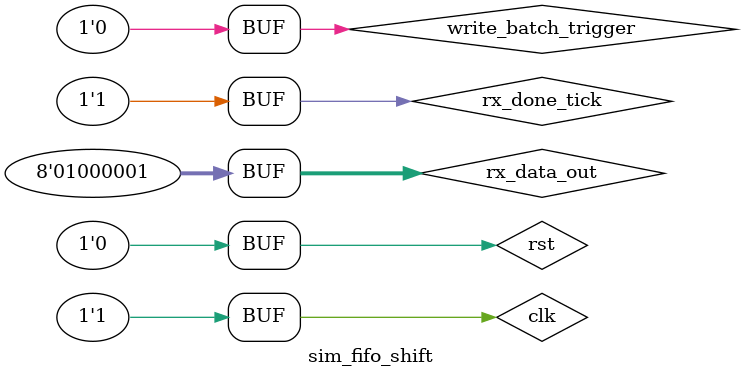
<source format=v>
`timescale 1ns / 1ps


module sim_fifo_shift();
    // Simulation Inputs
    reg clk;
    reg rst;
    
    // Simulation Outputs
    reg rx_done_tick = 0;
    reg [7:0] rx_data_out = 8'h41; //8'b11000011;
    wire[9*8-1:0] rx_out;
    wire [7:0] read_data_out_last;
    
    
    reg write_batch_trigger = 0;
    // Instantiation of the module to be simulated
    fifo_shift #(
         .DATA_SIZE(8),
         .ADDR_SPACE(9)
      )
    dut(
      .clk(clk), 
      .reset(rst),      
      .write_to_fifo(rx_done_tick),
      .write_data_in(rx_data_out),
      .write_batch_to_fifo(write_batch_trigger),
      .write_batch_data_in(72'h41424344),
      .read_all_data_out(rx_out),
      .read_data_out_last(read_data_out_last)
    );
    
    // Stimuli
    initial begin
	   clk = 0; rst = 1; 
	   #10 clk = 0; #10 clk = 1;
	   #10 clk = 0; #10 clk = 1;
	   rst = 0;
	   
	   write_batch_trigger = 1;
       #10 clk = 0; #10 clk = 1;
       #10 clk = 0; #10 clk = 1;
       write_batch_trigger = 0;
	                    
	   #10 clk = 0; #10 clk = 1;
	                    
	   rx_done_tick = 1;
	   #10 clk = 0; #10 clk = 1;
       #10 clk = 0; #10 clk = 1;
       #10 clk = 0; #10 clk = 1;
       #10 clk = 0; #10 clk = 1;
       #10 clk = 0; #10 clk = 1;
       #10 clk = 0; #10 clk = 1;
       #10 clk = 0; #10 clk = 1;
       #10 clk = 0; #10 clk = 1;
       #10 clk = 0; #10 clk = 1;
	   
	   rst = 0; 
	   #10 clk = 0; #10 clk = 1;
	   #10 clk = 0; #10 clk = 1;
	   #10 clk = 0; #10 clk = 1;
	   #10 clk = 0; #10 clk = 1; 
       #10 clk = 0; #10 clk = 1;
       #10 clk = 0; #10 clk = 1;
       #10 clk = 0; #10 clk = 1;
       #10 clk = 0; #10 clk = 1; 
       #10 clk = 0; #10 clk = 1;
       #10 clk = 0; #10 clk = 1;
       #10 clk = 0; #10 clk = 1;
       #10 clk = 0; #10 clk = 1; 
    end
endmodule

</source>
